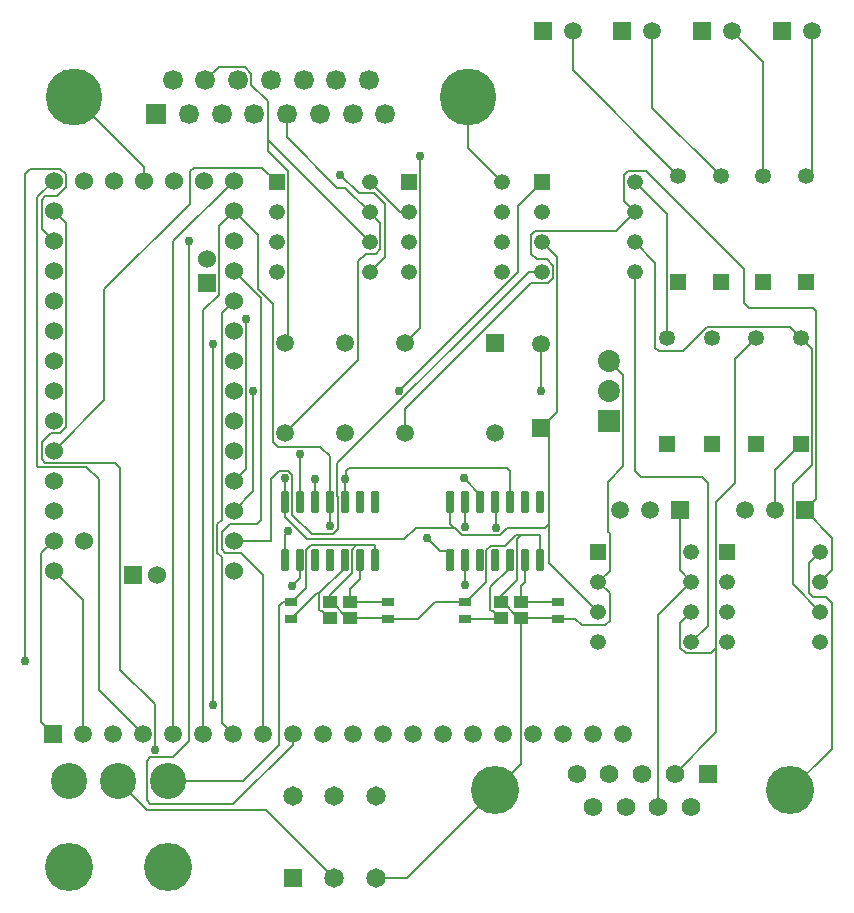
<source format=gbr>
%TF.GenerationSoftware,Altium Limited,Altium Designer,23.6.0 (18)*%
G04 Layer_Physical_Order=1*
G04 Layer_Color=255*
%FSLAX26Y26*%
%MOIN*%
%TF.SameCoordinates,9B35E0B2-5C19-4761-B797-B6A5D59CF105*%
%TF.FilePolarity,Positive*%
%TF.FileFunction,Copper,L1,Top,Signal*%
%TF.Part,Single*%
G01*
G75*
%TA.AperFunction,SMDPad,CuDef*%
%ADD10R,0.038976X0.030709*%
G04:AMPARAMS|DCode=11|XSize=74.803mil|YSize=23.622mil|CornerRadius=2.953mil|HoleSize=0mil|Usage=FLASHONLY|Rotation=90.000|XOffset=0mil|YOffset=0mil|HoleType=Round|Shape=RoundedRectangle|*
%AMROUNDEDRECTD11*
21,1,0.074803,0.017716,0,0,90.0*
21,1,0.068897,0.023622,0,0,90.0*
1,1,0.005906,0.008858,0.034449*
1,1,0.005906,0.008858,-0.034449*
1,1,0.005906,-0.008858,-0.034449*
1,1,0.005906,-0.008858,0.034449*
%
%ADD11ROUNDEDRECTD11*%
%ADD12R,0.047244X0.039370*%
%TA.AperFunction,Conductor*%
%ADD13C,0.008000*%
%TA.AperFunction,ComponentPad*%
%ADD14C,0.073228*%
%ADD15R,0.073228X0.073228*%
%ADD16C,0.160000*%
%ADD17C,0.120000*%
%ADD18R,0.064961X0.064961*%
%ADD19C,0.064961*%
%ADD20R,0.053150X0.053150*%
%ADD21C,0.053150*%
%ADD22C,0.060000*%
%ADD23R,0.060000X0.060000*%
%ADD24R,0.060000X0.060000*%
%ADD25C,0.052677*%
%ADD26R,0.052677X0.052677*%
%ADD27C,0.160079*%
%ADD28C,0.062008*%
%ADD29R,0.062008X0.062008*%
%ADD30C,0.059370*%
%ADD31R,0.059370X0.059370*%
%ADD32R,0.059055X0.059055*%
%ADD33C,0.059055*%
%ADD34R,0.059055X0.059055*%
%ADD35C,0.066535*%
%ADD36C,0.188976*%
%ADD37R,0.066535X0.066535*%
%TA.AperFunction,ViaPad*%
%ADD38C,0.030000*%
D10*
X7831000Y2587560D02*
D03*
Y2532440D02*
D03*
X8155000Y2587560D02*
D03*
Y2532440D02*
D03*
X8411000Y2587560D02*
D03*
Y2532440D02*
D03*
X8721000Y2587560D02*
D03*
Y2532440D02*
D03*
D11*
X7811000Y2921734D02*
D03*
X7861000D02*
D03*
X7911000D02*
D03*
X7961000D02*
D03*
X8011000D02*
D03*
X8061000D02*
D03*
X8111000D02*
D03*
Y2728426D02*
D03*
X8061000D02*
D03*
X8011000D02*
D03*
X7961000D02*
D03*
X7911000D02*
D03*
X7861000D02*
D03*
X7811000D02*
D03*
X8361000D02*
D03*
X8411000D02*
D03*
X8461000D02*
D03*
X8511000D02*
D03*
X8661000D02*
D03*
Y2921734D02*
D03*
X8611000D02*
D03*
X8411000D02*
D03*
X8361000D02*
D03*
X8511000D02*
D03*
X8461000D02*
D03*
X8561000D02*
D03*
X8611000Y2728426D02*
D03*
X8561000D02*
D03*
D12*
X7959536Y2587952D02*
D03*
X8026464Y2536770D02*
D03*
X8529536Y2587952D02*
D03*
X8596464Y2536770D02*
D03*
X7959536D02*
D03*
X8026464Y2587952D02*
D03*
X8596464D02*
D03*
X8529536Y2536770D02*
D03*
D13*
X8461000Y2921734D02*
Y2947325D01*
X8407000Y3001325D02*
X8461000Y2947325D01*
X8407000Y3001325D02*
Y3004000D01*
X8015209Y3025209D02*
X8025000Y3035000D01*
X8551500D02*
X8561000Y3025500D01*
X8025000Y3035000D02*
X8551500D01*
X7910500Y2922234D02*
Y2998500D01*
X7910000Y2999000D02*
X7910500Y2998500D01*
X8411000Y2647000D02*
Y2728426D01*
X8353189Y2758875D02*
X8361000Y2751064D01*
Y2728426D02*
Y2751064D01*
X8327125Y2758875D02*
X8353189D01*
X8285000Y2801000D02*
X8327125Y2758875D01*
X8247000Y2836000D02*
X8375000D01*
X8209000Y2798000D02*
X8247000Y2836000D01*
X8410000Y2838000D02*
X8410500Y2838500D01*
Y2921234D02*
X8411000Y2921734D01*
X8410500Y2838500D02*
Y2921234D01*
X8511000Y2921734D02*
X8513500Y2919234D01*
Y2839500D02*
Y2919234D01*
Y2839500D02*
X8516000Y2837000D01*
X8376645Y2836000D02*
X8400645Y2812000D01*
X8526355D02*
X8550355Y2836000D01*
X8678000D01*
X8400645Y2812000D02*
X8526355D01*
X8375000Y2836000D02*
X8376645D01*
X8678000D02*
X8692000Y2850000D01*
X7961500Y2841500D02*
Y2921234D01*
X7836000Y2880000D02*
X7900000Y2816000D01*
X7972355D01*
X7988000Y2831645D01*
X7961000Y2921734D02*
X7961500Y2921234D01*
X7988000Y2831645D02*
Y2940322D01*
X7961500Y2841500D02*
X7962000Y2841000D01*
X7884355Y2798000D02*
X8209000D01*
X7811000Y2871355D02*
X7884355Y2798000D01*
X7961000Y2921734D02*
Y3075000D01*
X7986000Y3051000D02*
X8623240Y3688240D01*
X7986000Y2942322D02*
Y3051000D01*
Y2942322D02*
X7988000Y2940322D01*
X7811000Y2921734D02*
Y3002000D01*
X7820000Y2821047D02*
Y2827000D01*
X7811000Y2728426D02*
Y2812047D01*
X7820000Y2821047D01*
X7811000Y2871355D02*
Y2921734D01*
X7836000Y2880000D02*
Y3012355D01*
X8011000Y2921734D02*
Y3000000D01*
X8015209Y3004209D01*
Y3025209D01*
X7910500Y2922234D02*
X7911000Y2921734D01*
X7765000Y3000000D02*
X7792000Y3027000D01*
X7821355D02*
X7836000Y3012355D01*
X7792000Y3027000D02*
X7821355D01*
X8582812Y2814000D02*
X8597000D01*
X8048500Y2778000D02*
X8110000D01*
X7898312D02*
X8048500D01*
X9249000Y2155456D02*
Y2437500D01*
X7753000Y4092000D02*
Y4128240D01*
X8692000Y2720000D02*
Y2850000D01*
X8561000Y2921734D02*
Y3025500D01*
X7831000Y2587560D02*
X7835134D01*
X7882812Y2635238D01*
Y2762500D01*
X7898312Y2778000D01*
X8110000D02*
X8111000Y2777000D01*
Y2728426D02*
Y2777000D01*
X8361000Y2850000D02*
Y2921734D01*
Y2850000D02*
X8375000Y2836000D01*
X8411000Y2587560D02*
X8415134D01*
X8482812Y2655238D01*
Y2761862D01*
X8496776Y2775828D01*
X8544640D01*
X8582812Y2814000D01*
X8659500D02*
X8661000Y2812500D01*
X9311000Y3398166D02*
X9382000Y3469166D01*
X9249000Y2923000D02*
X9311000Y2985000D01*
X9110638Y2017094D02*
X9249000Y2155456D01*
X7812000Y3451080D02*
X7820000Y3459080D01*
X7753000Y4092000D02*
X7820000Y4025000D01*
X7699000Y4313000D02*
Y4350000D01*
X7545944Y4328000D02*
X7589944Y4372000D01*
X7820000Y3459080D02*
Y4025000D01*
X7699000Y4313000D02*
X7753000Y4259000D01*
X7677000Y4372000D02*
X7699000Y4350000D01*
X7589944Y4372000D02*
X7677000D01*
X7753000Y4128240D02*
Y4259000D01*
Y4128240D02*
X8093000Y3788240D01*
X8212000Y3451080D02*
X8262000Y3501080D01*
Y4077000D01*
X8692000Y2850000D02*
Y3141236D01*
X8665000Y3294000D02*
Y3447764D01*
X7831000Y2532440D02*
X7916310Y2617750D01*
X7925914D01*
X8011000Y2702836D01*
X6997000Y2189000D02*
X7037000Y2149000D01*
X6997000Y2189000D02*
Y2751000D01*
X7040000Y2794000D01*
X7420500Y1992000D02*
X7671528D01*
X7790528Y2111000D01*
Y2575000D01*
X7803088Y2587560D01*
X7831000D01*
X7959536Y2587952D02*
X7967000D01*
X8018182Y2536770D01*
X8026464D01*
X8150670D01*
X8155000Y2532440D01*
X7959536Y2587952D02*
Y2614036D01*
X8033000Y2687500D01*
Y2762500D01*
X8048500Y2778000D01*
X8155000Y2532440D02*
X8255000D01*
X8310120Y2587560D01*
X8411000D01*
X8529536Y2587952D02*
X8537000D01*
X8588182Y2536770D01*
X8596464D01*
Y2048000D02*
Y2536770D01*
X8509654Y1961190D02*
X8596464Y2048000D01*
Y2536770D02*
X8716670D01*
X8721000Y2532440D01*
X8529536Y2587952D02*
Y2608512D01*
X8583000Y2661976D01*
Y2800000D01*
X8597000Y2814000D01*
X8659500D01*
X8661000Y2728426D02*
Y2812500D01*
X8216874Y1668410D02*
X8509654Y1961190D01*
X8113796Y1668410D02*
X8216874D01*
X8721000Y2532440D02*
X8779000D01*
X8800440Y2511000D01*
X8879000D01*
X8893000Y2525000D01*
Y2619000D01*
X8856000Y2656000D02*
X8893000Y2619000D01*
X8856000Y2656000D02*
X8893000Y2693000D01*
Y2818000D01*
X8887000Y2824000D02*
X8893000Y2818000D01*
X8887000Y2824000D02*
Y2989000D01*
X8939000Y3041000D01*
Y3347000D01*
X8892000Y3394000D02*
X8939000Y3347000D01*
X9084000Y3469166D02*
Y3881836D01*
X8977596Y3988240D02*
X9084000Y3881836D01*
X9559000Y2719000D02*
X9596000Y2756000D01*
X9559000Y2619000D02*
Y2719000D01*
Y2619000D02*
X9572000Y2606000D01*
X9614500D01*
X9633000Y2587500D01*
Y2100678D02*
Y2587500D01*
X9493512Y1961190D02*
X9633000Y2100678D01*
X8419960Y4103578D02*
X8535298Y3988240D01*
X8419960Y4103578D02*
Y4272094D01*
X8093000Y3988240D02*
X8193000Y3888240D01*
X8225298D01*
X7340000Y3994000D02*
Y4040242D01*
X7108148Y4272094D02*
X7340000Y4040242D01*
X7255500Y1992000D02*
X7350500Y1897000D01*
X7747410D01*
X7976000Y1668410D01*
X9129000Y2519000D02*
X9166000Y2556000D01*
X9129000Y2437500D02*
Y2519000D01*
Y2437500D02*
X9147500Y2419000D01*
X9230500D01*
X9249000Y2437500D01*
Y2923000D01*
X9311000Y2985000D02*
Y3398166D01*
X9056110Y1905284D02*
Y2546110D01*
X9166000Y2656000D01*
X9127000Y2695000D02*
X9166000Y2656000D01*
X9127000Y2695000D02*
Y2895000D01*
X7812000Y3151080D02*
X8056000Y3395080D01*
Y3725000D01*
X8081000Y3750000D01*
X8113000D01*
X8129340Y3766340D01*
Y3851900D01*
X8093000Y3888240D02*
X8129340Y3851900D01*
X8010780Y3970460D02*
X8093000Y3888240D01*
X7985650Y3970460D02*
X8010780D01*
X7818582Y4137528D02*
X7985650Y3970460D01*
X7818582Y4137528D02*
Y4216188D01*
X8977596Y3788240D02*
X9045000Y3720836D01*
Y3437500D02*
Y3720836D01*
Y3437500D02*
X9057500Y3425000D01*
X9136500D01*
X9217500Y3506000D01*
X9494166D01*
X9531000Y3469166D01*
X9568000Y3432166D01*
Y3047000D02*
Y3432166D01*
X9504000Y2983000D02*
X9568000Y3047000D01*
X9504000Y2648000D02*
Y2983000D01*
Y2648000D02*
X9596000Y2556000D01*
X8212000Y3151080D02*
Y3232000D01*
X8631900Y3651900D01*
X8687500D01*
X8703936Y3668336D01*
Y3710064D01*
X8683000Y3731000D02*
X8703936Y3710064D01*
X8650000Y3731000D02*
X8683000D01*
X8631000Y3750000D02*
X8650000Y3731000D01*
X8631000Y3750000D02*
Y3812500D01*
X8643500Y3825000D01*
X8914356D01*
X8977596Y3888240D01*
X8941000Y3924836D02*
X8977596Y3888240D01*
X8941000Y3924836D02*
Y4012500D01*
X8953500Y4025000D01*
X9014000D01*
X9341000Y3698000D01*
Y3587500D02*
Y3698000D01*
Y3587500D02*
X9358500Y3570000D01*
X9571000D01*
X9582000Y3559000D01*
Y2933000D02*
Y3559000D01*
X9544000Y2895000D02*
X9582000Y2933000D01*
X9544000Y2895000D02*
X9636000Y2803000D01*
Y2696000D02*
Y2803000D01*
X9596000Y2656000D02*
X9636000Y2696000D01*
X7040000Y2694000D02*
X7137000Y2597000D01*
Y2149000D02*
Y2597000D01*
X8692000Y2720000D02*
X8856000Y2556000D01*
X8665000Y3168236D02*
X8692000Y3141236D01*
X8665000Y3168236D02*
X8717936Y3221172D01*
Y3737900D01*
X8667596Y3788240D02*
X8717936Y3737900D01*
X7640000Y2994000D02*
X7680000Y3034000D01*
Y3534000D01*
X7640000Y2794000D02*
X7764000D01*
X7765000Y2795000D01*
Y3000000D01*
X8623240Y3688240D02*
X8667596D01*
X7640000Y2894000D02*
X7705000Y2959000D01*
Y3293000D01*
X8192000D02*
X8587000Y3688000D01*
Y3907644D01*
X8667596Y3988240D01*
X7040000Y3094000D02*
X7209000Y3263000D01*
Y3631000D01*
X7494000Y3916000D01*
Y4025000D01*
X7506500Y4037500D01*
X7733740D01*
X7783000Y3988240D01*
X7537000Y2149000D02*
Y3561000D01*
X7590000Y3614000D01*
Y3844000D01*
X7640000Y3894000D01*
X7722000Y3812000D01*
Y3633000D02*
Y3812000D01*
Y3633000D02*
X7772000Y3583000D01*
Y3122000D02*
Y3583000D01*
Y3122000D02*
X7787500Y3106500D01*
X7929500D01*
X7961000Y3075000D01*
X7437000Y2149000D02*
Y3791000D01*
X7640000Y3994000D01*
X7190000Y2296000D02*
X7337000Y2149000D01*
X7190000Y2296000D02*
Y2998000D01*
X7148000Y3040000D02*
X7190000Y2998000D01*
X6987000Y3040000D02*
X7148000D01*
X6986000Y3041000D02*
X6987000Y3040000D01*
X6986000Y3041000D02*
Y3940000D01*
X7040000Y3994000D01*
X7861000Y2668000D02*
Y2728426D01*
X7834000Y2641000D02*
X7861000Y2668000D01*
X7600000Y2186000D02*
X7637000Y2149000D01*
X7600000Y2186000D02*
Y2740000D01*
X7586000Y2754000D02*
X7600000Y2740000D01*
X7586000Y2754000D02*
Y2848000D01*
X7600000Y2862000D01*
Y3554000D01*
X7640000Y3594000D01*
X7737000Y2149000D02*
Y2680500D01*
X7663500Y2754000D02*
X7737000Y2680500D01*
X7612500Y2754000D02*
X7663500D01*
X7600000Y2766500D02*
X7612500Y2754000D01*
X7600000Y2766500D02*
Y2821500D01*
X7628500Y2850000D01*
X7717500D01*
X7730000Y2862500D01*
Y3604000D01*
X7640000Y3694000D02*
X7730000Y3604000D01*
X7837000Y2113944D02*
Y2149000D01*
X7639056Y1916000D02*
X7837000Y2113944D01*
X7362500Y1916000D02*
X7639056D01*
X7350000Y1928500D02*
X7362500Y1916000D01*
X7350000Y1928500D02*
Y2059000D01*
X7362500Y2071500D01*
X7438500D01*
X7492000Y2125000D01*
Y3794000D01*
X7040000Y3894000D02*
X7080000Y3854000D01*
Y3171500D02*
Y3854000D01*
X7062500Y3154000D02*
X7080000Y3171500D01*
X7032500Y3154000D02*
X7062500D01*
X7000000Y3121500D02*
X7032500Y3154000D01*
X7000000Y3066500D02*
Y3121500D01*
Y3066500D02*
X7012500Y3054000D01*
X7245500D01*
X7262000Y3037500D01*
Y2363000D02*
Y3037500D01*
Y2363000D02*
X7377000Y2248000D01*
Y2096500D02*
Y2248000D01*
X6944000Y2394000D02*
Y4015500D01*
X6962500Y4034000D01*
X7062500D01*
X7080000Y4016500D01*
Y3971500D02*
Y4016500D01*
X7050000Y3941500D02*
X7080000Y3971500D01*
X7012500Y3941500D02*
X7050000D01*
X7000000Y3929000D02*
X7012500Y3941500D01*
X7000000Y3834000D02*
Y3929000D01*
Y3834000D02*
X7040000Y3794000D01*
X7572000Y2247000D02*
Y3448000D01*
X9444000Y2895000D02*
Y3027834D01*
X9531000Y3114834D01*
X8093000Y3688240D02*
X8143340Y3738580D01*
Y3914660D01*
X8107000Y3951000D02*
X8143340Y3914660D01*
X8057000Y3951000D02*
X8107000D01*
X7995000Y4013000D02*
X8057000Y3951000D01*
X8977596Y3025000D02*
Y3688240D01*
Y3025000D02*
X8996596Y3006000D01*
X9201500D01*
X9220000Y2987500D01*
Y2510000D02*
Y2987500D01*
X9166000Y2456000D02*
X9220000Y2510000D01*
X7861000Y2921734D02*
Y3081500D01*
X8596464Y2587952D02*
X8720608D01*
X8721000Y2587560D01*
X8596464Y2587952D02*
Y2642062D01*
X8611000Y2656598D01*
Y2728426D01*
X8411000Y2532440D02*
X8525206D01*
X8529536Y2536770D01*
X8525600D02*
X8529536D01*
X8504102Y2558266D02*
X8525600Y2536770D01*
X8501772Y2558266D02*
X8504102D01*
X8495914Y2564124D02*
X8501772Y2558266D01*
X8495914Y2564124D02*
Y2637750D01*
X8561000Y2702836D01*
Y2728426D01*
X8770000Y4361166D02*
X9121000Y4010166D01*
X8770000Y4361166D02*
Y4494000D01*
X9035666Y4237500D02*
X9263000Y4010166D01*
X9035666Y4237500D02*
Y4494000D01*
X9301334D02*
X9405000Y4390334D01*
Y4010166D02*
Y4390334D01*
X9547000Y4010166D02*
X9567000Y4030166D01*
Y4494000D01*
X7955600Y2536770D02*
X7959536D01*
X7934102Y2558266D02*
X7955600Y2536770D01*
X7931772Y2558266D02*
X7934102D01*
X7925914Y2564124D02*
X7931772Y2558266D01*
X7925914Y2564124D02*
Y2617750D01*
X8011000Y2702836D02*
Y2728426D01*
X8026464Y2587952D02*
X8154608D01*
X8155000Y2587560D01*
X8026464Y2587952D02*
Y2632062D01*
X8061000Y2666598D01*
Y2728426D01*
D14*
X8892000Y3294000D02*
D03*
Y3394000D02*
D03*
D15*
Y3194000D02*
D03*
D16*
X7090000Y1705000D02*
D03*
X7421000D02*
D03*
D17*
X7090500Y1992000D02*
D03*
X7255500D02*
D03*
X7420500D02*
D03*
D18*
X7838204Y1668410D02*
D03*
D19*
Y1944000D02*
D03*
X7976000D02*
D03*
X8113796Y1668410D02*
D03*
X7976000D02*
D03*
X8113796Y1944000D02*
D03*
D20*
X9084000Y3114834D02*
D03*
X9121000Y3655834D02*
D03*
X9233000Y3114834D02*
D03*
X9263000Y3655834D02*
D03*
X9382000Y3114834D02*
D03*
X9405000Y3655834D02*
D03*
X9531000Y3114834D02*
D03*
X9547000Y3655834D02*
D03*
D21*
X9084000Y3469166D02*
D03*
X9121000Y4010166D02*
D03*
X9233000Y3469164D02*
D03*
X9263000Y4010166D02*
D03*
X9382000Y3469166D02*
D03*
X9405000Y4010166D02*
D03*
X9531000Y3469166D02*
D03*
X9547000Y4010166D02*
D03*
D22*
X7040000Y3094000D02*
D03*
Y3194000D02*
D03*
Y2794000D02*
D03*
Y2994000D02*
D03*
Y2894000D02*
D03*
Y3394000D02*
D03*
Y3294000D02*
D03*
Y2694000D02*
D03*
X7140000Y2794000D02*
D03*
X7040000Y3594000D02*
D03*
Y3694000D02*
D03*
Y3494000D02*
D03*
Y3894000D02*
D03*
Y3994000D02*
D03*
Y3794000D02*
D03*
X7140000Y3994000D02*
D03*
X7240000D02*
D03*
X7385000Y2679000D02*
D03*
X7640000Y2994000D02*
D03*
Y2694000D02*
D03*
Y2894000D02*
D03*
Y2794000D02*
D03*
Y3094000D02*
D03*
Y3294000D02*
D03*
Y3194000D02*
D03*
X7550000Y3734000D02*
D03*
X7340000Y3994000D02*
D03*
X7440000D02*
D03*
X7540000D02*
D03*
X7640000Y3494000D02*
D03*
Y3394000D02*
D03*
Y3994000D02*
D03*
Y3894000D02*
D03*
Y3594000D02*
D03*
Y3794000D02*
D03*
Y3694000D02*
D03*
D23*
X7305000Y2679000D02*
D03*
D24*
X7550000Y3654000D02*
D03*
D25*
X7783000Y3888240D02*
D03*
Y3788240D02*
D03*
Y3688240D02*
D03*
X8093000Y3988240D02*
D03*
Y3688240D02*
D03*
Y3888240D02*
D03*
Y3788240D02*
D03*
X8225298Y3888240D02*
D03*
Y3788240D02*
D03*
Y3688240D02*
D03*
X8535298Y3988240D02*
D03*
Y3688240D02*
D03*
Y3888240D02*
D03*
Y3788240D02*
D03*
X8667596Y3888240D02*
D03*
Y3788240D02*
D03*
Y3688240D02*
D03*
X8977596Y3988240D02*
D03*
Y3688240D02*
D03*
Y3888240D02*
D03*
Y3788240D02*
D03*
X8856000Y2656000D02*
D03*
Y2556000D02*
D03*
Y2456000D02*
D03*
X9166000Y2756000D02*
D03*
Y2456000D02*
D03*
Y2656000D02*
D03*
Y2556000D02*
D03*
X9286000Y2656000D02*
D03*
Y2556000D02*
D03*
Y2456000D02*
D03*
X9596000Y2756000D02*
D03*
Y2456000D02*
D03*
Y2656000D02*
D03*
Y2556000D02*
D03*
D26*
X7783000Y3988240D02*
D03*
X8225298D02*
D03*
X8667596D02*
D03*
X8856000Y2756000D02*
D03*
X9286000D02*
D03*
D27*
X9493512Y1961190D02*
D03*
X8509654D02*
D03*
D28*
X8838000Y1905284D02*
D03*
X8947056D02*
D03*
X9056110D02*
D03*
X9165166D02*
D03*
X8783472Y2017094D02*
D03*
X8892528D02*
D03*
X9001582D02*
D03*
X9110638D02*
D03*
D29*
X9219692D02*
D03*
D30*
X9301334Y4494000D02*
D03*
X9035666D02*
D03*
X8770000D02*
D03*
X9567000D02*
D03*
X7812000Y3451080D02*
D03*
Y3151080D02*
D03*
X8212000D02*
D03*
Y3451080D02*
D03*
X8512000Y3151080D02*
D03*
X8012000Y3451080D02*
D03*
Y3151080D02*
D03*
D31*
X9201334Y4494000D02*
D03*
X8935666D02*
D03*
X8670000D02*
D03*
X9467000D02*
D03*
X8512000Y3451080D02*
D03*
D32*
X8665000Y3168236D02*
D03*
D33*
Y3447764D02*
D03*
X9027000Y2895000D02*
D03*
X8927000D02*
D03*
X9444000D02*
D03*
X9344000D02*
D03*
X8937000Y2149000D02*
D03*
X8837000D02*
D03*
X8737000D02*
D03*
X8637000D02*
D03*
X8537000D02*
D03*
X8437000D02*
D03*
X8337000D02*
D03*
X8237000D02*
D03*
X8137000D02*
D03*
X8037000D02*
D03*
X7937000D02*
D03*
X7837000D02*
D03*
X7737000D02*
D03*
X7637000D02*
D03*
X7537000D02*
D03*
X7437000D02*
D03*
X7337000D02*
D03*
X7237000D02*
D03*
X7137000D02*
D03*
D34*
X9127000Y2895000D02*
D03*
X9544000D02*
D03*
X7037000Y2149000D02*
D03*
D35*
X7545944Y4328000D02*
D03*
X7818582Y4216188D02*
D03*
X7600472D02*
D03*
X7709526D02*
D03*
X8145746D02*
D03*
X8091220Y4328000D02*
D03*
X8036692Y4216188D02*
D03*
X7982164Y4328000D02*
D03*
X7927638Y4216188D02*
D03*
X7873110Y4328000D02*
D03*
X7764054D02*
D03*
X7655000D02*
D03*
X7491416Y4216188D02*
D03*
X7436890Y4328000D02*
D03*
D36*
X8419960Y4272094D02*
D03*
X7108148D02*
D03*
D37*
X7382362Y4216188D02*
D03*
D38*
X8407000Y3004000D02*
D03*
X7910000Y2999000D02*
D03*
X8411000Y2647000D02*
D03*
X8285000Y2801000D02*
D03*
X8410000Y2838000D02*
D03*
X8516000Y2837000D02*
D03*
X7962000Y2841000D02*
D03*
X7820000Y2827000D02*
D03*
X8011000Y3000000D02*
D03*
X7811000Y3002000D02*
D03*
X8262000Y4077000D02*
D03*
X8665000Y3294000D02*
D03*
X7680000Y3534000D02*
D03*
X7705000Y3293000D02*
D03*
X8192000D02*
D03*
X7834000Y2641000D02*
D03*
X7492000Y3794000D02*
D03*
X7377000Y2096500D02*
D03*
X6944000Y2394000D02*
D03*
X7572000Y3448000D02*
D03*
Y2247000D02*
D03*
X7995000Y4013000D02*
D03*
X7861000Y3081500D02*
D03*
%TF.MD5,7fca10cdc0123eade311ad2bef68c2df*%
M02*

</source>
